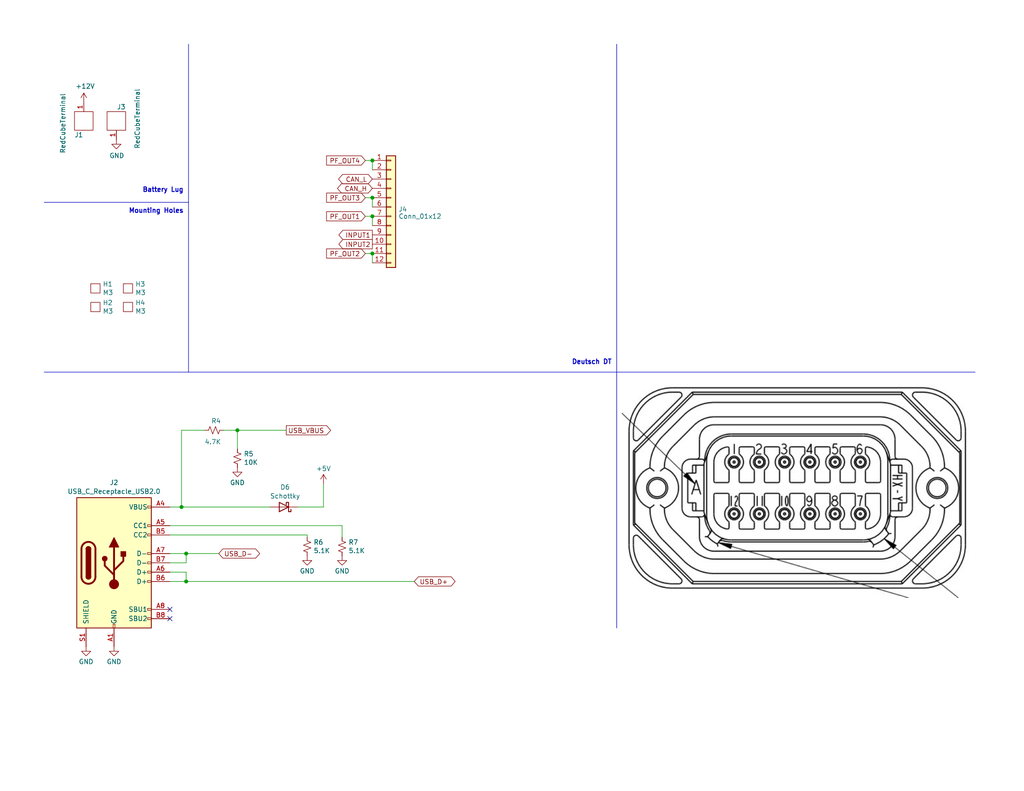
<source format=kicad_sch>
(kicad_sch (version 20231120) (generator "eeschema") (generator_version "8.0")
  (paper "USLetter")
  (title_block (title "dingoPDM-Max") (date "2024-07-06") (rev "v0.1") (comment 3 "github.com/corygrant") (comment 4 "Cory Grant"))
  (lib_symbols
    (symbol "Connector:USB_C_Receptacle_USB2.0" (pin_names (offset 1.016))
      (property "Reference" "J" (at -10.16 19.05 0))
      (property "Value" "USB_C_Receptacle_USB2.0" (at 19.05 19.05 0))
      (symbol "USB_C_Receptacle_USB2.0_0_0"
        (rectangle (start -0.254 -17.78) (end 0.254 -16.764))
        (rectangle (start 10.16 -14.986) (end 9.144 -15.494))
        (rectangle (start 10.16 -12.446) (end 9.144 -12.954))
        (rectangle (start 10.16 -4.826) (end 9.144 -5.334))
        (rectangle (start 10.16 -2.286) (end 9.144 -2.794))
        (rectangle (start 10.16 0.254) (end 9.144 -0.254))
        (rectangle (start 10.16 2.794) (end 9.144 2.286))
        (rectangle (start 10.16 7.874) (end 9.144 7.366))
        (rectangle (start 10.16 10.414) (end 9.144 9.906))
        (rectangle (start 10.16 15.494) (end 9.144 14.986))
      )
      (symbol "USB_C_Receptacle_USB2.0_0_1"
        (rectangle (start -10.16 17.78) (end 10.16 -17.78) (stroke (width 0.254)) (fill (type background)))
        (arc (start -8.89 -3.81) (mid -6.985 -5.7067) (end -5.08 -3.81) (stroke (width 0.508)))
        (arc (start -7.62 -3.81) (mid -6.985 -4.4423) (end -6.35 -3.81) (stroke (width 0.254)))
        (arc (start -7.62 -3.81) (mid -6.985 -4.4423) (end -6.35 -3.81) (stroke (width 0.254)) (fill (type outline)))
        (rectangle (start -7.62 -3.81) (end -6.35 3.81) (stroke (width 0.254)) (fill (type outline)))
        (arc (start -6.35 3.81) (mid -6.985 4.4423) (end -7.62 3.81) (stroke (width 0.254)))
        (arc (start -6.35 3.81) (mid -6.985 4.4423) (end -7.62 3.81) (stroke (width 0.254)) (fill (type outline)))
        (arc (start -5.08 3.81) (mid -6.985 5.7067) (end -8.89 3.81) (stroke (width 0.508)))
        (circle (center -2.54 1.143) (radius 0.635) (stroke (width 0.254)) (fill (type outline)))
        (circle (center 0 -5.842) (radius 1.27) (fill (type outline)))
        (polyline (pts (xy -8.89 -3.81) (xy -8.89 3.81)) (stroke (width 0.508)))
        (polyline (pts (xy -5.08 3.81) (xy -5.08 -3.81)) (stroke (width 0.508)))
        (polyline (pts (xy 0 -5.842) (xy 0 4.318)) (stroke (width 0.508)))
        (polyline (pts (xy 0 -3.302) (xy -2.54 -0.762) (xy -2.54 0.508)) (stroke (width 0.508)))
        (polyline (pts (xy 0 -2.032) (xy 2.54 0.508) (xy 2.54 1.778)) (stroke (width 0.508)))
        (polyline (pts (xy -1.27 4.318) (xy 0 6.858) (xy 1.27 4.318) (xy -1.27 4.318)) (stroke (width 0.254)) (fill (type outline)))
        (rectangle (start 1.905 1.778) (end 3.175 3.048) (stroke (width 0.254)) (fill (type outline)))
      )
      (symbol "USB_C_Receptacle_USB2.0_1_1"
        (pin passive line (at 0 -22.86 90) (length 5.08) (name "GND") (number "A1"))
        (pin passive line (at 0 -22.86 90) (length 5.08) hide (name "GND") (number "A12"))
        (pin passive line (at 15.24 15.24 180) (length 5.08) (name "VBUS") (number "A4"))
        (pin bidirectional line (at 15.24 10.16 180) (length 5.08) (name "CC1") (number "A5"))
        (pin bidirectional line (at 15.24 -2.54 180) (length 5.08) (name "D+") (number "A6"))
        (pin bidirectional line (at 15.24 2.54 180) (length 5.08) (name "D-") (number "A7"))
        (pin bidirectional line (at 15.24 -12.7 180) (length 5.08) (name "SBU1") (number "A8"))
        (pin passive line (at 15.24 15.24 180) (length 5.08) hide (name "VBUS") (number "A9"))
        (pin passive line (at 0 -22.86 90) (length 5.08) hide (name "GND") (number "B1"))
        (pin passive line (at 0 -22.86 90) (length 5.08) hide (name "GND") (number "B12"))
        (pin passive line (at 15.24 15.24 180) (length 5.08) hide (name "VBUS") (number "B4"))
        (pin bidirectional line (at 15.24 7.62 180) (length 5.08) (name "CC2") (number "B5"))
        (pin bidirectional line (at 15.24 -5.08 180) (length 5.08) (name "D+") (number "B6"))
        (pin bidirectional line (at 15.24 0 180) (length 5.08) (name "D-") (number "B7"))
        (pin bidirectional line (at 15.24 -15.24 180) (length 5.08) (name "SBU2") (number "B8"))
        (pin passive line (at 15.24 15.24 180) (length 5.08) hide (name "VBUS") (number "B9"))
        (pin passive line (at -7.62 -22.86 90) (length 5.08) (name "SHIELD") (number "S1"))
      )
    )
    (symbol "Connector_Generic:Conn_01x12" (pin_names (offset 1.016) hide)
      (property "Reference" "J" (at 0 15.24 0))
      (property "Value" "Conn_01x12" (at 0 -17.78 0))
      (symbol "Conn_01x12_1_1"
        (rectangle (start -1.27 -15.113) (end 0 -15.367) (stroke (width 0.1524)))
        (rectangle (start -1.27 -12.573) (end 0 -12.827) (stroke (width 0.1524)))
        (rectangle (start -1.27 -10.033) (end 0 -10.287) (stroke (width 0.1524)))
        (rectangle (start -1.27 -7.493) (end 0 -7.747) (stroke (width 0.1524)))
        (rectangle (start -1.27 -4.953) (end 0 -5.207) (stroke (width 0.1524)))
        (rectangle (start -1.27 -2.413) (end 0 -2.667) (stroke (width 0.1524)))
        (rectangle (start -1.27 0.127) (end 0 -0.127) (stroke (width 0.1524)))
        (rectangle (start -1.27 2.667) (end 0 2.413) (stroke (width 0.1524)))
        (rectangle (start -1.27 5.207) (end 0 4.953) (stroke (width 0.1524)))
        (rectangle (start -1.27 7.747) (end 0 7.493) (stroke (width 0.1524)))
        (rectangle (start -1.27 10.287) (end 0 10.033) (stroke (width 0.1524)))
        (rectangle (start -1.27 12.827) (end 0 12.573) (stroke (width 0.1524)))
        (rectangle (start -1.27 13.97) (end 1.27 -16.51) (stroke (width 0.254)) (fill (type background)))
        (pin passive line (at -5.08 12.7 0) (length 3.81) (name "Pin_1") (number "1"))
        (pin passive line (at -5.08 -10.16 0) (length 3.81) (name "Pin_10") (number "10"))
        (pin passive line (at -5.08 -12.7 0) (length 3.81) (name "Pin_11") (number "11"))
        (pin passive line (at -5.08 -15.24 0) (length 3.81) (name "Pin_12") (number "12"))
        (pin passive line (at -5.08 10.16 0) (length 3.81) (name "Pin_2") (number "2"))
        (pin passive line (at -5.08 7.62 0) (length 3.81) (name "Pin_3") (number "3"))
        (pin passive line (at -5.08 5.08 0) (length 3.81) (name "Pin_4") (number "4"))
        (pin passive line (at -5.08 2.54 0) (length 3.81) (name "Pin_5") (number "5"))
        (pin passive line (at -5.08 0 0) (length 3.81) (name "Pin_6") (number "6"))
        (pin passive line (at -5.08 -2.54 0) (length 3.81) (name "Pin_7") (number "7"))
        (pin passive line (at -5.08 -5.08 0) (length 3.81) (name "Pin_8") (number "8"))
        (pin passive line (at -5.08 -7.62 0) (length 3.81) (name "Pin_9") (number "9"))
      )
    )
    (symbol "Device:D_Schottky" (pin_numbers hide) (pin_names (offset 1.016) hide)
      (property "Reference" "D" (at 0 2.54 0))
      (property "Value" "D_Schottky" (at 0 -2.54 0))
      (symbol "D_Schottky_0_1"
        (polyline (pts (xy 1.27 0) (xy -1.27 0)))
        (polyline (pts (xy 1.27 1.27) (xy 1.27 -1.27) (xy -1.27 0) (xy 1.27 1.27)) (stroke (width 0.254)))
        (polyline (pts (xy -1.905 0.635) (xy -1.905 1.27) (xy -1.27 1.27) (xy -1.27 -1.27) (xy -0.635 -1.27) (xy -0.635 -0.635)) (stroke (width 0.254)))
      )
      (symbol "D_Schottky_1_1"
        (pin passive line (at -3.81 0 0) (length 2.54) (name "K") (number "1"))
        (pin passive line (at 3.81 0 180) (length 2.54) (name "A") (number "2"))
      )
    )
    (symbol "Device:R_Small_US" (pin_numbers hide) (pin_names (offset 0.254) hide)
      (property "Reference" "R" (at 0.762 0.508 0))
      (property "Value" "R_Small_US" (at 0.762 -1.016 0))
      (symbol "R_Small_US_1_1"
        (polyline (pts (xy 0 0) (xy 1.016 -0.381) (xy 0 -0.762) (xy -1.016 -1.143) (xy 0 -1.524)))
        (polyline (pts (xy 0 1.524) (xy 1.016 1.143) (xy 0 0.762) (xy -1.016 0.381) (xy 0 0)))
        (pin passive line (at 0 2.54 270) (length 1.016) (name "~") (number "1"))
        (pin passive line (at 0 -2.54 90) (length 1.016) (name "~") (number "2"))
      )
    )
    (symbol "DingoPDM-rescue:M3-MountingHoles" (pin_names (offset 1.016))
      (property "Reference" "H" (at 0 2.54 0))
      (property "Value" "M3-MountingHoles" (at 0 -2.54 0))
      (symbol "M3-MountingHoles_0_1"
        (rectangle (start -1.27 1.27) (end 1.27 -1.27))
      )
    )
    (symbol "GND_1" (power) (pin_names (offset 0))
      (property "Value" "GND_1" (at 0 -3.81 0))
      (symbol "GND_1_0_1"
        (polyline (pts (xy 0 0) (xy 0 -1.27) (xy 1.27 -1.27) (xy 0 -2.54) (xy -1.27 -1.27) (xy 0 -1.27)))
      )
      (symbol "GND_1_1_1"
        (pin power_in line (at 0 0 270) (length 0) hide (name "GND") (number "1"))
      )
    )
    (symbol "RedCube:RedCubeTerminal" (pin_names (offset 1.016))
      (property "Reference" "J" (at 0 3.81 0))
      (property "Value" "RedCube_RedCubeTerminal" (at 1.27 -3.81 0))
      (symbol "RedCubeTerminal_0_1"
        (rectangle (start -1.27 -2.54) (end 3.81 2.54))
      )
      (symbol "RedCubeTerminal_1_1"
        (pin bidirectional line (at -3.81 0 0) (length 2.54) (name "~") (number "1"))
      )
    )
    (symbol "power:+12V" (power) (pin_names (offset 0))
      (property "Value" "+12V" (at 0 3.556 0))
      (symbol "+12V_0_1"
        (polyline (pts (xy -0.762 1.27) (xy 0 2.54)))
        (polyline (pts (xy 0 0) (xy 0 2.54)))
        (polyline (pts (xy 0 2.54) (xy 0.762 1.27)))
      )
      (symbol "+12V_1_1"
        (pin power_in line (at 0 0 90) (length 0) hide (name "+12V") (number "1"))
      )
    )
    (symbol "power:+5V" (power) (pin_names (offset 0))
      (property "Value" "+5V" (at 0 3.556 0))
      (symbol "+5V_0_1"
        (polyline (pts (xy -0.762 1.27) (xy 0 2.54)))
        (polyline (pts (xy 0 0) (xy 0 2.54)))
        (polyline (pts (xy 0 2.54) (xy 0.762 1.27)))
      )
      (symbol "+5V_1_1"
        (pin power_in line (at 0 0 90) (length 0) hide (name "+5V") (number "1"))
      )
    )
    (symbol "power:GND" (power) (pin_names (offset 0))
      (property "Value" "GND" (at 0 -3.81 0))
      (symbol "GND_0_1"
        (polyline (pts (xy 0 0) (xy 0 -1.27) (xy 1.27 -1.27) (xy 0 -2.54) (xy -1.27 -1.27) (xy 0 -1.27)))
      )
      (symbol "GND_1_1"
        (pin power_in line (at 0 0 270) (length 0) hide (name "GND") (number "1"))
      )
    )
  )
  (junction (at 101.6 43.815))
  (junction (at 50.8 158.75))
  (junction (at 50.8 151.13))
  (junction (at 49.53 138.43))
  (junction (at 101.6 53.975))
  (junction (at 101.6 69.215))
  (junction (at 64.77 117.475))
  (junction (at 101.6 59.055))
  (no_connect (at 46.355 168.91))
  (no_connect (at 46.355 166.37))
  (wire (pts (xy 46.355 153.67) (xy 50.8 153.67)))
  (wire (pts (xy 49.53 138.43) (xy 49.53 117.475)))
  (wire (pts (xy 46.355 151.13) (xy 50.8 151.13)))
  (wire (pts (xy 101.6 53.975) (xy 101.6 56.515)))
  (wire (pts (xy 93.345 143.51) (xy 93.345 146.685)))
  (polyline (pts (xy 12.065 101.6) (xy 266.065 101.6)))
  (polyline (pts (xy 168.275 12.065) (xy 168.275 171.45)))
  (wire (pts (xy 46.355 158.75) (xy 50.8 158.75)))
  (wire (pts (xy 83.82 146.05) (xy 83.82 146.685)))
  (wire (pts (xy 64.77 117.475) (xy 78.105 117.475)))
  (wire (pts (xy 99.695 53.975) (xy 101.6 53.975)))
  (wire (pts (xy 101.6 43.815) (xy 101.6 46.355)))
  (polyline (pts (xy 51.435 55.245) (xy 12.065 55.245)))
  (wire (pts (xy 50.8 153.67) (xy 50.8 151.13)))
  (wire (pts (xy 88.265 138.43) (xy 88.265 132.08)))
  (wire (pts (xy 50.8 156.21) (xy 50.8 158.75)))
  (wire (pts (xy 101.6 59.055) (xy 101.6 61.595)))
  (wire (pts (xy 46.355 138.43) (xy 49.53 138.43)))
  (wire (pts (xy 101.6 69.215) (xy 101.6 71.755)))
  (wire (pts (xy 99.695 43.815) (xy 101.6 43.815)))
  (wire (pts (xy 50.8 151.13) (xy 59.69 151.13)))
  (wire (pts (xy 60.96 117.475) (xy 64.77 117.475)))
  (polyline (pts (xy 51.435 101.6) (xy 51.435 12.065)))
  (wire (pts (xy 64.77 117.475) (xy 64.77 122.555)))
  (wire (pts (xy 46.355 146.05) (xy 83.82 146.05)))
  (wire (pts (xy 50.8 158.75) (xy 113.03 158.75)))
  (wire (pts (xy 49.53 138.43) (xy 73.66 138.43)))
  (wire (pts (xy 99.695 69.215) (xy 101.6 69.215)))
  (wire (pts (xy 49.53 117.475) (xy 55.88 117.475)))
  (wire (pts (xy 46.355 143.51) (xy 93.345 143.51)))
  (wire (pts (xy 46.355 156.21) (xy 50.8 156.21)))
  (wire (pts (xy 81.28 138.43) (xy 88.265 138.43)))
  (wire (pts (xy 99.695 59.055) (xy 101.6 59.055)))
  (image (at 217.805 133.35) (scale 2.11712))
  (text "Deutsch DT" (at 167.005 99.695 0) (effects (font (size 1.27 1.27) (thickness 0.254) (bold yes)) (justify right bottom)))
  (text "Battery Lug" (at 50.165 52.705 0) (effects (font (size 1.27 1.27) (thickness 0.254) (bold yes)) (justify right bottom)))
  (text "Mounting Holes" (at 50.165 58.42 0) (effects (font (size 1.27 1.27) (thickness 0.254) (bold yes)) (justify right bottom)))
  (global_label "PF_OUT3" (shape input) (at 99.695 53.975 180) (property "Intersheetrefs" "${INTERSHEET_REFS}" (effects (hide yes))))
  (global_label "PF_OUT4" (shape input) (at 99.695 43.815 180) (property "Intersheetrefs" "${INTERSHEET_REFS}" (effects (hide yes))))
  (global_label "INPUT2" (shape output) (at 101.6 66.675 180) (property "Intersheetrefs" "${INTERSHEET_REFS}" (effects (hide yes))))
  (global_label "INPUT1" (shape output) (at 101.6 64.135 180) (property "Intersheetrefs" "${INTERSHEET_REFS}" (effects (hide yes))))
  (global_label "CAN_L" (shape bidirectional) (at 101.6 48.895 180) (property "Intersheetrefs" "${INTERSHEET_REFS}" (effects (hide yes))))
  (global_label "USB_D-" (shape bidirectional) (at 59.69 151.13 0) (property "Intersheetrefs" "${INTERSHEET_REFS}" (effects (hide yes))))
  (global_label "USB_D+" (shape bidirectional) (at 113.03 158.75 0) (property "Intersheetrefs" "${INTERSHEET_REFS}" (effects (hide yes))))
  (global_label "PF_OUT2" (shape input) (at 99.695 69.215 180) (property "Intersheetrefs" "${INTERSHEET_REFS}" (effects (hide yes))))
  (global_label "PF_OUT1" (shape input) (at 99.695 59.055 180) (property "Intersheetrefs" "${INTERSHEET_REFS}" (effects (hide yes))))
  (global_label "USB_VBUS" (shape output) (at 78.105 117.475 0) (property "Intersheetrefs" "${INTERSHEET_REFS}" (effects (hide yes))))
  (global_label "CAN_H" (shape bidirectional) (at 101.6 51.435 180) (property "Intersheetrefs" "${INTERSHEET_REFS}" (effects (hide yes))))
  (symbol (lib_id "RedCube:RedCubeTerminal") (at 22.86 31.75 270) (unit 1)
    (property "Reference" "J1" (at 20.32 36.83 90) (effects (justify left)))
    (property "Value" "RedCubeTerminal" (at 17.145 25.4 0) (effects (justify left)))
    (property "Footprint" "RedCube:M6_Hole_8Pin_7461084" (effects (hide yes)))
    (property "Digi-Key_PN" "732-3203-ND" (effects (hide yes)))
  )
  (symbol (lib_id "power:+12V") (at 22.86 27.94 0) (unit 1)
    (property "Reference" "#PWR018" (effects (hide yes)))
    (property "Value" "+12V" (at 23.241 23.5458 0))
  )
  (symbol (lib_id "DingoPDM-rescue:M3-MountingHoles") (at 26.035 78.74 0) (unit 1)
    (property "Reference" "H1" (at 28.0162 77.5716 0) (effects (justify left)))
    (property "Value" "M3" (at 28.0162 79.883 0) (effects (justify left)))
    (property "Footprint" "MountingHole:MountingHole_3.2mm_M3_ISO7380_Pad" (effects (hide yes)))
  )
  (symbol (lib_id "DingoPDM-rescue:M3-MountingHoles") (at 34.925 78.74 0) (unit 1)
    (property "Reference" "H3" (at 36.9062 77.5716 0) (effects (justify left)))
    (property "Value" "M3" (at 36.9062 79.883 0) (effects (justify left)))
    (property "Footprint" "MountingHole:MountingHole_3.2mm_M3_ISO7380_Pad" (effects (hide yes)))
  )
  (symbol (lib_id "power:GND") (at 31.75 38.1 0) (unit 1)
    (property "Reference" "#PWR021" (effects (hide yes)))
    (property "Value" "GND" (at 31.877 42.4942 0))
  )
  (symbol (lib_id "DingoPDM-rescue:M3-MountingHoles") (at 26.035 83.82 0) (unit 1)
    (property "Reference" "H2" (at 28.0162 82.6516 0) (effects (justify left)))
    (property "Value" "M3" (at 28.0162 84.963 0) (effects (justify left)))
    (property "Footprint" "MountingHole:MountingHole_3.2mm_M3_ISO7380_Pad" (effects (hide yes)))
  )
  (symbol (lib_id "Device:R_Small_US") (at 83.82 149.225 0) (unit 1)
    (property "Reference" "R6" (at 85.5472 148.0566 0) (effects (justify left)))
    (property "Value" "5.1K" (at 85.5472 150.368 0) (effects (justify left)))
    (property "Footprint" "Resistor_SMD:R_0805_2012Metric" (effects (hide yes)))
    (property "Digi-Key_PN" "311-5.1KARCT-ND" (effects (hide yes)))
    (property "LCSC" "C218638" (effects (hide yes)))
  )
  (symbol (lib_id "Connector_Generic:Conn_01x12") (at 106.68 56.515 0) (unit 1)
    (property "Reference" "J4" (at 108.712 57.1413 0) (effects (justify left)))
    (property "Value" "Conn_01x12" (at 108.712 59.0623 0) (effects (justify left)))
    (property "Footprint" "Deutsch_DT:DT15-12PA" (effects (hide yes)))
    (property "Digi-Key_PN" "1734-1027-ND" (effects (hide yes)))
  )
  (symbol (lib_id "DingoPDM-rescue:M3-MountingHoles") (at 34.925 83.82 0) (unit 1)
    (property "Reference" "H4" (at 36.9062 82.6516 0) (effects (justify left)))
    (property "Value" "M3" (at 36.9062 84.963 0) (effects (justify left)))
    (property "Footprint" "MountingHole:MountingHole_3.2mm_M3_ISO7380_Pad" (effects (hide yes)))
  )
  (symbol (lib_id "Device:D_Schottky") (at 77.47 138.43 180) (unit 1)
    (property "Reference" "D6" (at 77.7875 133.0157 0))
    (property "Value" "Schottky" (at 77.7875 135.4399 0))
    (property "Footprint" "Diode_SMD:D_SOD-123" (effects (hide yes)))
    (property "Digi-Key_PN" "1727-2394-1-ND" (effects (hide yes)))
    (property "LCSC" "C179426" (effects (hide yes)))
  )
  (symbol (lib_name "GND_1") (lib_id "power:GND") (at 31.115 176.53 0) (unit 1)
    (property "Reference" "#PWR020" (effects (hide yes)))
    (property "Value" "GND" (at 31.115 180.6631 0))
  )
  (symbol (lib_id "Device:R_Small_US") (at 64.77 125.095 0) (unit 1)
    (property "Reference" "R5" (at 66.4972 123.9266 0) (effects (justify left)))
    (property "Value" "10K" (at 66.4972 126.238 0) (effects (justify left)))
    (property "Footprint" "Resistor_SMD:R_0805_2012Metric" (effects (hide yes)))
    (property "Digi-Key_PN" "311-10.0KCRDKR-ND" (effects (hide yes)))
    (property "LCSC" "C17414" (effects (hide yes)))
  )
  (symbol (lib_id "RedCube:RedCubeTerminal") (at 31.75 34.29 90) (unit 1)
    (property "Reference" "J3" (at 34.29 29.21 90) (effects (justify left)))
    (property "Value" "RedCubeTerminal" (at 37.465 40.64 0) (effects (justify left)))
    (property "Footprint" "RedCube:M6_Hole_8Pin_7461084" (effects (hide yes)))
    (property "Digi-Key_PN" "732-3203-ND" (effects (hide yes)))
  )
  (symbol (lib_name "GND_1") (lib_id "power:GND") (at 64.77 127.635 0) (unit 1)
    (property "Reference" "#PWR022" (effects (hide yes)))
    (property "Value" "GND" (at 64.77 131.7681 0))
  )
  (symbol (lib_name "GND_1") (lib_id "power:GND") (at 23.495 176.53 0) (unit 1)
    (property "Reference" "#PWR019" (effects (hide yes)))
    (property "Value" "GND" (at 23.495 180.6631 0))
  )
  (symbol (lib_id "power:+5V") (at 88.265 132.08 0) (unit 1)
    (property "Reference" "#PWR024" (effects (hide yes)))
    (property "Value" "+5V" (at 88.265 127.9469 0))
  )
  (symbol (lib_id "Device:R_Small_US") (at 58.42 117.475 90) (unit 1)
    (property "Reference" "R4" (at 60.325 114.935 90) (effects (justify left)))
    (property "Value" "4.7K" (at 60.325 120.65 90) (effects (justify left)))
    (property "Footprint" "Resistor_SMD:R_0805_2012Metric" (effects (hide yes)))
    (property "Digi-Key_PN" "311-4.70KCRCT-ND" (effects (hide yes)))
    (property "LCSC" "C17673" (effects (hide yes)))
  )
  (symbol (lib_id "Connector:USB_C_Receptacle_USB2.0") (at 31.115 153.67 0) (unit 1)
    (property "Reference" "J2" (at 31.115 131.7457 0))
    (property "Value" "USB_C_Receptacle_USB2.0" (at 31.115 134.1699 0))
    (property "Footprint" "Connector_USB:USB_C_Receptacle_GCT_USB4085" (effects (hide yes)))
    (property "Digi-Key_PN" "2073-USB4085-GF-ACT-ND" (effects (hide yes)))
  )
  (symbol (lib_id "Device:R_Small_US") (at 93.345 149.225 0) (unit 1)
    (property "Reference" "R7" (at 95.0722 148.0566 0) (effects (justify left)))
    (property "Value" "5.1K" (at 95.0722 150.368 0) (effects (justify left)))
    (property "Footprint" "Resistor_SMD:R_0805_2012Metric" (effects (hide yes)))
    (property "Digi-Key_PN" "311-5.1KARCT-ND" (effects (hide yes)))
    (property "LCSC" "C218638" (effects (hide yes)))
  )
  (symbol (lib_name "GND_1") (lib_id "power:GND") (at 93.345 151.765 0) (unit 1)
    (property "Reference" "#PWR025" (effects (hide yes)))
    (property "Value" "GND" (at 93.345 155.8981 0))
  )
  (symbol (lib_name "GND_1") (lib_id "power:GND") (at 83.82 151.765 0) (unit 1)
    (property "Reference" "#PWR023" (effects (hide yes)))
    (property "Value" "GND" (at 83.82 155.8981 0))
  )
)
</source>
